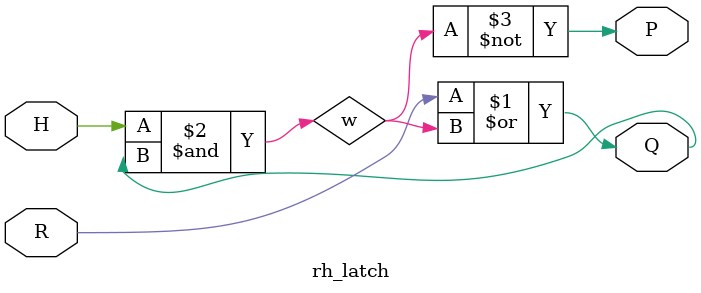
<source format=v>
module rh_latch(R,H,P,Q);
    
    input R,H;
    output P,Q;
    wire w;

    or (Q,R,w);
    not (P,w);
    and(w,H,Q);

endmodule

</source>
